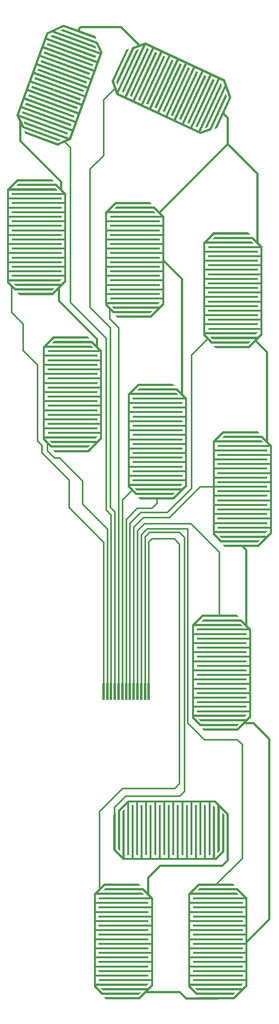
<source format=gbr>
G04 #@! TF.FileFunction,Copper,L1,Top,Signal*
%FSLAX46Y46*%
G04 Gerber Fmt 4.6, Leading zero omitted, Abs format (unit mm)*
G04 Created by KiCad (PCBNEW 4.0.6) date 04/28/18 22:27:00*
%MOMM*%
%LPD*%
G01*
G04 APERTURE LIST*
%ADD10C,0.100000*%
%ADD11R,0.700000X4.500000*%
%ADD12R,14.500000X0.600000*%
%ADD13R,0.600000X24.550000*%
%ADD14R,14.000000X0.600000*%
%ADD15R,0.600000X23.250000*%
%ADD16R,0.600000X14.500000*%
%ADD17R,24.550000X0.600000*%
%ADD18R,0.600000X14.000000*%
%ADD19R,23.250000X0.600000*%
%ADD20C,0.450000*%
%ADD21C,0.600000*%
G04 APERTURE END LIST*
D10*
G36*
X31009669Y-61437214D02*
X40782473Y-64994224D01*
X40013445Y-65352827D01*
X31368273Y-62206242D01*
X31009669Y-61437214D01*
X31009669Y-61437214D01*
G37*
G36*
X30890824Y-58839932D02*
X43482706Y-63423002D01*
X42713678Y-63781606D01*
X31249428Y-59608960D01*
X30890824Y-58839932D01*
X30890824Y-58839932D01*
G37*
G36*
X30724996Y-56225548D02*
X44350539Y-61184840D01*
X44145326Y-61748656D01*
X30519783Y-56789364D01*
X30724996Y-56225548D01*
X30724996Y-56225548D01*
G37*
G36*
X51579947Y-41468396D02*
X37907419Y-36492003D01*
X38676447Y-36133400D01*
X51221343Y-40699369D01*
X51579947Y-41468396D01*
X51579947Y-41468396D01*
G37*
G36*
X34008390Y-47204499D02*
X47633933Y-52163791D01*
X47428720Y-52727607D01*
X33803177Y-47768315D01*
X34008390Y-47204499D01*
X34008390Y-47204499D01*
G37*
G36*
X33187541Y-49459762D02*
X46813084Y-54419054D01*
X46607871Y-54982870D01*
X32982328Y-50023578D01*
X33187541Y-49459762D01*
X33187541Y-49459762D01*
G37*
G36*
X31545845Y-53970286D02*
X45171388Y-58929578D01*
X44966175Y-59493394D01*
X31340632Y-54534102D01*
X31545845Y-53970286D01*
X31545845Y-53970286D01*
G37*
G36*
X32366693Y-51715024D02*
X45992236Y-56674316D01*
X45787023Y-57238132D01*
X32161480Y-52278840D01*
X32366693Y-51715024D01*
X32366693Y-51715024D01*
G37*
G36*
X35650086Y-42693975D02*
X49275629Y-47653267D01*
X49070416Y-48217083D01*
X35444873Y-43257791D01*
X35650086Y-42693975D01*
X35650086Y-42693975D01*
G37*
G36*
X34829238Y-44949237D02*
X48454781Y-49908529D01*
X48249568Y-50472345D01*
X34624025Y-45513053D01*
X34829238Y-44949237D01*
X34829238Y-44949237D01*
G37*
G36*
X36470935Y-40438712D02*
X50096478Y-45398004D01*
X49891265Y-45961820D01*
X36265722Y-41002528D01*
X36470935Y-40438712D01*
X36470935Y-40438712D01*
G37*
G36*
X37291783Y-38183450D02*
X50917326Y-43142742D01*
X50712113Y-43706558D01*
X37086570Y-38747266D01*
X37291783Y-38183450D01*
X37291783Y-38183450D01*
G37*
G36*
X43474223Y-63738465D02*
X40211515Y-65259891D01*
X39957945Y-64716107D01*
X43220653Y-63194681D01*
X43474223Y-63738465D01*
X43474223Y-63738465D01*
G37*
G36*
X43474070Y-63739112D02*
X42910254Y-63533900D01*
X51306848Y-40464446D01*
X51870664Y-40669658D01*
X43474070Y-63739112D01*
X43474070Y-63739112D01*
G37*
G36*
X51327075Y-40923375D02*
X50131488Y-38359430D01*
X50675273Y-38105859D01*
X51870860Y-40669804D01*
X51327075Y-40923375D01*
X51327075Y-40923375D01*
G37*
G36*
X50944271Y-38683004D02*
X40607653Y-34920782D01*
X41376680Y-34562179D01*
X50585668Y-37913976D01*
X50944271Y-38683004D01*
X50944271Y-38683004D01*
G37*
G36*
X29609802Y-57096664D02*
X42765498Y-61884946D01*
X42560286Y-62448762D01*
X29404590Y-57660480D01*
X29609802Y-57096664D01*
X29609802Y-57096664D01*
G37*
G36*
X31649486Y-50176968D02*
X45275029Y-55136260D01*
X45069816Y-55700076D01*
X31444273Y-50740784D01*
X31649486Y-50176968D01*
X31649486Y-50176968D01*
G37*
G36*
X30828638Y-52432231D02*
X44454181Y-57391523D01*
X44248968Y-57955339D01*
X30623425Y-52996047D01*
X30828638Y-52432231D01*
X30828638Y-52432231D01*
G37*
G36*
X30007789Y-54687493D02*
X43633332Y-59646785D01*
X43428119Y-60210601D01*
X29802576Y-55251309D01*
X30007789Y-54687493D01*
X30007789Y-54687493D01*
G37*
G36*
X32470334Y-47921706D02*
X46095877Y-52880998D01*
X45890664Y-53444814D01*
X32265121Y-48485522D01*
X32470334Y-47921706D01*
X32470334Y-47921706D01*
G37*
G36*
X33291183Y-45666444D02*
X46916726Y-50625736D01*
X46711513Y-51189552D01*
X33085970Y-46230260D01*
X33291183Y-45666444D01*
X33291183Y-45666444D01*
G37*
G36*
X34112031Y-43411182D02*
X47737574Y-48370474D01*
X47532361Y-48934290D01*
X33906818Y-43974998D01*
X34112031Y-43411182D01*
X34112031Y-43411182D01*
G37*
G36*
X34932879Y-41155919D02*
X48558422Y-46115211D01*
X48353209Y-46679027D01*
X34727666Y-41719735D01*
X34932879Y-41155919D01*
X34932879Y-41155919D01*
G37*
G36*
X35753728Y-38900657D02*
X49379271Y-43859949D01*
X49174058Y-44423765D01*
X35548515Y-39464473D01*
X35753728Y-38900657D01*
X35753728Y-38900657D01*
G37*
G36*
X49947922Y-42151402D02*
X36792226Y-37363120D01*
X36997438Y-36799304D01*
X50153134Y-41587586D01*
X49947922Y-42151402D01*
X49947922Y-42151402D01*
G37*
G36*
X50298923Y-39725130D02*
X38458796Y-35415676D01*
X39227824Y-35057072D01*
X49940320Y-38956102D01*
X50298923Y-39725130D01*
X50298923Y-39725130D01*
G37*
G36*
X30221985Y-59873508D02*
X40887497Y-63755437D01*
X40118469Y-64114040D01*
X30580589Y-60642536D01*
X30221985Y-59873508D01*
X30221985Y-59873508D01*
G37*
G36*
X29577123Y-57069644D02*
X31014025Y-60151091D01*
X30470241Y-60404662D01*
X29033339Y-57323215D01*
X29577123Y-57069644D01*
X29577123Y-57069644D01*
G37*
G36*
X36978608Y-35462228D02*
X37542424Y-35667440D01*
X29590456Y-57515294D01*
X29026640Y-57310082D01*
X36978608Y-35462228D01*
X36978608Y-35462228D01*
G37*
G36*
X50255255Y-37155209D02*
X40764359Y-33700805D01*
X41533387Y-33342202D01*
X49896651Y-36386181D01*
X50255255Y-37155209D01*
X50255255Y-37155209D01*
G37*
G36*
X36972078Y-35465848D02*
X41503617Y-33352757D01*
X41757188Y-33896542D01*
X37225649Y-36009633D01*
X36972078Y-35465848D01*
X36972078Y-35465848D01*
G37*
D11*
X52100000Y-209500000D03*
X64100000Y-209500000D03*
X63100000Y-209500000D03*
X62100000Y-209500000D03*
X61100000Y-209500000D03*
X60100000Y-209500000D03*
X59100000Y-209500000D03*
X58100000Y-209500000D03*
X57100000Y-209500000D03*
X56100000Y-209500000D03*
X55100000Y-209500000D03*
X54100000Y-209500000D03*
X53100000Y-209500000D03*
D10*
G36*
X58925731Y-39677509D02*
X54530501Y-49103110D01*
X54240288Y-48305754D01*
X58128376Y-39967723D01*
X58925731Y-39677509D01*
X58925731Y-39677509D01*
G37*
G36*
X61523488Y-39785485D02*
X55860403Y-51930010D01*
X55570189Y-51132654D01*
X60726132Y-40075699D01*
X61523488Y-39785485D01*
X61523488Y-39785485D01*
G37*
G36*
X64142376Y-39848146D02*
X58014411Y-52989609D01*
X57470626Y-52736038D01*
X63598591Y-39594575D01*
X64142376Y-39848146D01*
X64142376Y-39848146D01*
G37*
G36*
X77025744Y-61909908D02*
X83174840Y-48723129D01*
X83465053Y-49520485D01*
X77823099Y-61619694D01*
X77025744Y-61909908D01*
X77025744Y-61909908D01*
G37*
G36*
X72842931Y-43905281D02*
X66714966Y-57046744D01*
X66171181Y-56793173D01*
X72299146Y-43651710D01*
X72842931Y-43905281D01*
X72842931Y-43905281D01*
G37*
G36*
X70667792Y-42890997D02*
X64539827Y-56032460D01*
X63996042Y-55778889D01*
X70124007Y-42637426D01*
X70667792Y-42890997D01*
X70667792Y-42890997D01*
G37*
G36*
X66317515Y-40862429D02*
X60189550Y-54003892D01*
X59645765Y-53750321D01*
X65773730Y-40608858D01*
X66317515Y-40862429D01*
X66317515Y-40862429D01*
G37*
G36*
X68492654Y-41876713D02*
X62364689Y-55018176D01*
X61820904Y-54764605D01*
X67948869Y-41623142D01*
X68492654Y-41876713D01*
X68492654Y-41876713D01*
G37*
G36*
X77193208Y-45933849D02*
X71065243Y-59075312D01*
X70521458Y-58821741D01*
X76649423Y-45680278D01*
X77193208Y-45933849D01*
X77193208Y-45933849D01*
G37*
G36*
X75018070Y-44919565D02*
X68890105Y-58061028D01*
X68346320Y-57807457D01*
X74474285Y-44665994D01*
X75018070Y-44919565D01*
X75018070Y-44919565D01*
G37*
G36*
X79368347Y-46948132D02*
X73240382Y-60089595D01*
X72696597Y-59836024D01*
X78824562Y-46694561D01*
X79368347Y-46948132D01*
X79368347Y-46948132D01*
G37*
G36*
X81543486Y-47962416D02*
X75415521Y-61103879D01*
X74871736Y-60850308D01*
X80999701Y-47708845D01*
X81543486Y-47962416D01*
X81543486Y-47962416D01*
G37*
G36*
X55546879Y-51894065D02*
X54315607Y-48511171D01*
X54879423Y-48305959D01*
X56110695Y-51688853D01*
X55546879Y-51894065D01*
X55546879Y-51894065D01*
G37*
G36*
X55546249Y-51893854D02*
X55799820Y-51350070D01*
X78049677Y-61725348D01*
X77796106Y-62269132D01*
X55546249Y-51893854D01*
X55546249Y-51893854D01*
G37*
G36*
X77590731Y-61705500D02*
X80249121Y-60737925D01*
X80454333Y-61301740D01*
X77795943Y-62269315D01*
X77590731Y-61705500D01*
X77590731Y-61705500D01*
G37*
G36*
X79855941Y-61519414D02*
X84504742Y-51550029D01*
X84794956Y-52347384D01*
X80653297Y-61229201D01*
X79855941Y-61519414D01*
X79855941Y-61519414D01*
G37*
G36*
X63371770Y-38661273D02*
X57455115Y-51349582D01*
X56911330Y-51096011D01*
X62827985Y-38407702D01*
X63371770Y-38661273D01*
X63371770Y-38661273D01*
G37*
G36*
X70087365Y-41296286D02*
X63959400Y-54437749D01*
X63415615Y-54184178D01*
X69543580Y-41042715D01*
X70087365Y-41296286D01*
X70087365Y-41296286D01*
G37*
G36*
X67912226Y-40282002D02*
X61784261Y-53423465D01*
X61240476Y-53169894D01*
X67368441Y-40028431D01*
X67912226Y-40282002D01*
X67912226Y-40282002D01*
G37*
G36*
X65737088Y-39267718D02*
X59609123Y-52409181D01*
X59065338Y-52155610D01*
X65193303Y-39014147D01*
X65737088Y-39267718D01*
X65737088Y-39267718D01*
G37*
G36*
X72262504Y-42310570D02*
X66134539Y-55452033D01*
X65590754Y-55198462D01*
X71718719Y-42056999D01*
X72262504Y-42310570D01*
X72262504Y-42310570D01*
G37*
G36*
X74437642Y-43324853D02*
X68309677Y-56466316D01*
X67765892Y-56212745D01*
X73893857Y-43071282D01*
X74437642Y-43324853D01*
X74437642Y-43324853D01*
G37*
G36*
X76612781Y-44339137D02*
X70484816Y-57480600D01*
X69941031Y-57227029D01*
X76068996Y-44085566D01*
X76612781Y-44339137D01*
X76612781Y-44339137D01*
G37*
G36*
X78787920Y-45353421D02*
X72659955Y-58494884D01*
X72116170Y-58241313D01*
X78244135Y-45099850D01*
X78787920Y-45353421D01*
X78787920Y-45353421D01*
G37*
G36*
X80963058Y-46367705D02*
X74835093Y-59509168D01*
X74291308Y-59255597D01*
X80419273Y-46114134D01*
X80963058Y-46367705D01*
X80963058Y-46367705D01*
G37*
G36*
X76487578Y-60224565D02*
X82404233Y-47536256D01*
X82948018Y-47789827D01*
X77031363Y-60478136D01*
X76487578Y-60224565D01*
X76487578Y-60224565D01*
G37*
G36*
X78874026Y-60785696D02*
X84199016Y-49366217D01*
X84489229Y-50163573D01*
X79671381Y-60495482D01*
X78874026Y-60785696D01*
X78874026Y-60785696D01*
G37*
G36*
X60552139Y-39029109D02*
X55755422Y-49315702D01*
X55465208Y-48518347D01*
X59754783Y-39319323D01*
X60552139Y-39029109D01*
X60552139Y-39029109D01*
G37*
G36*
X63401535Y-38631074D02*
X60206581Y-39793942D01*
X60001369Y-39230126D01*
X63196323Y-38067258D01*
X63401535Y-38631074D01*
X63401535Y-38631074D01*
G37*
G36*
X84281647Y-47887604D02*
X84028076Y-48431389D01*
X62956419Y-38605514D01*
X63209990Y-38061729D01*
X84281647Y-47887604D01*
X84281647Y-47887604D01*
G37*
G36*
X81437973Y-60966176D02*
X85706418Y-51812467D01*
X85996632Y-52609823D01*
X82235329Y-60675962D01*
X81437973Y-60966176D01*
X81437973Y-60966176D01*
G37*
G36*
X84278610Y-47880782D02*
X85988711Y-52579246D01*
X85424896Y-52784458D01*
X83714795Y-48085994D01*
X84278610Y-47880782D01*
X84278610Y-47880782D01*
G37*
G36*
X39000000Y-74800000D02*
X28600000Y-74800000D01*
X29200000Y-74200000D01*
X38400000Y-74200000D01*
X39000000Y-74800000D01*
X39000000Y-74800000D01*
G37*
G36*
X40000000Y-77200000D02*
X26600000Y-77200000D01*
X27200000Y-76600000D01*
X39400000Y-76600000D01*
X40000000Y-77200000D01*
X40000000Y-77200000D01*
G37*
D12*
X33800000Y-79300000D03*
D10*
G36*
X26500000Y-100600000D02*
X41050000Y-100600000D01*
X40450000Y-101200000D01*
X27100000Y-101200000D01*
X26500000Y-100600000D01*
X26500000Y-100600000D01*
G37*
D12*
X33800000Y-88900000D03*
X33800000Y-86500000D03*
X33800000Y-81700000D03*
X33800000Y-84100000D03*
X33800000Y-93700000D03*
X33800000Y-91300000D03*
X33800000Y-96100000D03*
X33800000Y-98500000D03*
D10*
G36*
X26500076Y-76900660D02*
X29045660Y-74355076D01*
X29469924Y-74779340D01*
X26924340Y-77324924D01*
X26500076Y-76900660D01*
X26500076Y-76900660D01*
G37*
D13*
X26800000Y-89175000D03*
D10*
G36*
X26924029Y-101025665D02*
X28924435Y-103026071D01*
X28500171Y-103450335D01*
X26499765Y-101449929D01*
X26924029Y-101025665D01*
X26924029Y-101025665D01*
G37*
G36*
X28050000Y-103000000D02*
X39050000Y-103000000D01*
X38450000Y-103600000D01*
X28650000Y-103600000D01*
X28050000Y-103000000D01*
X28050000Y-103000000D01*
G37*
D14*
X34800000Y-78100000D03*
D12*
X35000000Y-85300000D03*
X35000000Y-82900000D03*
X35000000Y-80500000D03*
X35000000Y-87700000D03*
X35000000Y-90100000D03*
X35000000Y-92500000D03*
X35000000Y-94900000D03*
X35000000Y-97300000D03*
D14*
X34800000Y-99700000D03*
D10*
G36*
X28300000Y-101800000D02*
X40900000Y-101800000D01*
X40300000Y-102400000D01*
X28900000Y-102400000D01*
X28300000Y-101800000D01*
X28300000Y-101800000D01*
G37*
G36*
X40275000Y-76000000D02*
X28925000Y-76000000D01*
X29525000Y-75400000D01*
X39675000Y-75400000D01*
X40275000Y-76000000D01*
X40275000Y-76000000D01*
G37*
G36*
X41839949Y-78414214D02*
X39435786Y-76010051D01*
X39860051Y-75585786D01*
X42264214Y-77989949D01*
X41839949Y-78414214D01*
X41839949Y-78414214D01*
G37*
D15*
X41975000Y-89625000D03*
D10*
G36*
X29220000Y-104200000D02*
X39320000Y-104200000D01*
X38720000Y-104800000D01*
X29820000Y-104800000D01*
X29220000Y-104200000D01*
X29220000Y-104200000D01*
G37*
G36*
X42279899Y-101244365D02*
X38744365Y-104779899D01*
X38320101Y-104355635D01*
X41855635Y-100820101D01*
X42279899Y-101244365D01*
X42279899Y-101244365D01*
G37*
G36*
X65000000Y-80800000D02*
X54600000Y-80800000D01*
X55200000Y-80200000D01*
X64400000Y-80200000D01*
X65000000Y-80800000D01*
X65000000Y-80800000D01*
G37*
G36*
X66000000Y-83200000D02*
X52600000Y-83200000D01*
X53200000Y-82600000D01*
X65400000Y-82600000D01*
X66000000Y-83200000D01*
X66000000Y-83200000D01*
G37*
D12*
X59800000Y-85300000D03*
D10*
G36*
X52500000Y-106600000D02*
X67050000Y-106600000D01*
X66450000Y-107200000D01*
X53100000Y-107200000D01*
X52500000Y-106600000D01*
X52500000Y-106600000D01*
G37*
D12*
X59800000Y-94900000D03*
X59800000Y-92500000D03*
X59800000Y-87700000D03*
X59800000Y-90100000D03*
X59800000Y-99700000D03*
X59800000Y-97300000D03*
X59800000Y-102100000D03*
X59800000Y-104500000D03*
D10*
G36*
X52500076Y-82900660D02*
X55045660Y-80355076D01*
X55469924Y-80779340D01*
X52924340Y-83324924D01*
X52500076Y-82900660D01*
X52500076Y-82900660D01*
G37*
D13*
X52800000Y-95175000D03*
D10*
G36*
X52924029Y-107025665D02*
X54924435Y-109026071D01*
X54500171Y-109450335D01*
X52499765Y-107449929D01*
X52924029Y-107025665D01*
X52924029Y-107025665D01*
G37*
G36*
X54050000Y-109000000D02*
X65050000Y-109000000D01*
X64450000Y-109600000D01*
X54650000Y-109600000D01*
X54050000Y-109000000D01*
X54050000Y-109000000D01*
G37*
D14*
X60800000Y-84100000D03*
D12*
X61000000Y-91300000D03*
X61000000Y-88900000D03*
X61000000Y-86500000D03*
X61000000Y-93700000D03*
X61000000Y-96100000D03*
X61000000Y-98500000D03*
X61000000Y-100900000D03*
X61000000Y-103300000D03*
D14*
X60800000Y-105700000D03*
D10*
G36*
X54300000Y-107800000D02*
X66900000Y-107800000D01*
X66300000Y-108400000D01*
X54900000Y-108400000D01*
X54300000Y-107800000D01*
X54300000Y-107800000D01*
G37*
G36*
X66275000Y-82000000D02*
X54925000Y-82000000D01*
X55525000Y-81400000D01*
X65675000Y-81400000D01*
X66275000Y-82000000D01*
X66275000Y-82000000D01*
G37*
G36*
X67839949Y-84414214D02*
X65435786Y-82010051D01*
X65860051Y-81585786D01*
X68264214Y-83989949D01*
X67839949Y-84414214D01*
X67839949Y-84414214D01*
G37*
D15*
X67975000Y-95625000D03*
D10*
G36*
X55220000Y-110200000D02*
X65320000Y-110200000D01*
X64720000Y-110800000D01*
X55820000Y-110800000D01*
X55220000Y-110200000D01*
X55220000Y-110200000D01*
G37*
G36*
X68279899Y-107244365D02*
X64744365Y-110779899D01*
X64320101Y-110355635D01*
X67855635Y-106820101D01*
X68279899Y-107244365D01*
X68279899Y-107244365D01*
G37*
G36*
X91000000Y-88800000D02*
X80600000Y-88800000D01*
X81200000Y-88200000D01*
X90400000Y-88200000D01*
X91000000Y-88800000D01*
X91000000Y-88800000D01*
G37*
G36*
X92000000Y-91200000D02*
X78600000Y-91200000D01*
X79200000Y-90600000D01*
X91400000Y-90600000D01*
X92000000Y-91200000D01*
X92000000Y-91200000D01*
G37*
D12*
X85800000Y-93300000D03*
D10*
G36*
X78500000Y-114600000D02*
X93050000Y-114600000D01*
X92450000Y-115200000D01*
X79100000Y-115200000D01*
X78500000Y-114600000D01*
X78500000Y-114600000D01*
G37*
D12*
X85800000Y-102900000D03*
X85800000Y-100500000D03*
X85800000Y-95700000D03*
X85800000Y-98100000D03*
X85800000Y-107700000D03*
X85800000Y-105300000D03*
X85800000Y-110100000D03*
X85800000Y-112500000D03*
D10*
G36*
X78500076Y-90900660D02*
X81045660Y-88355076D01*
X81469924Y-88779340D01*
X78924340Y-91324924D01*
X78500076Y-90900660D01*
X78500076Y-90900660D01*
G37*
D13*
X78800000Y-103175000D03*
D10*
G36*
X78924029Y-115025665D02*
X80924435Y-117026071D01*
X80500171Y-117450335D01*
X78499765Y-115449929D01*
X78924029Y-115025665D01*
X78924029Y-115025665D01*
G37*
G36*
X80050000Y-117000000D02*
X91050000Y-117000000D01*
X90450000Y-117600000D01*
X80650000Y-117600000D01*
X80050000Y-117000000D01*
X80050000Y-117000000D01*
G37*
D14*
X86800000Y-92100000D03*
D12*
X87000000Y-99300000D03*
X87000000Y-96900000D03*
X87000000Y-94500000D03*
X87000000Y-101700000D03*
X87000000Y-104100000D03*
X87000000Y-106500000D03*
X87000000Y-108900000D03*
X87000000Y-111300000D03*
D14*
X86800000Y-113700000D03*
D10*
G36*
X80300000Y-115800000D02*
X92900000Y-115800000D01*
X92300000Y-116400000D01*
X80900000Y-116400000D01*
X80300000Y-115800000D01*
X80300000Y-115800000D01*
G37*
G36*
X92275000Y-90000000D02*
X80925000Y-90000000D01*
X81525000Y-89400000D01*
X91675000Y-89400000D01*
X92275000Y-90000000D01*
X92275000Y-90000000D01*
G37*
G36*
X93839949Y-92414214D02*
X91435786Y-90010051D01*
X91860051Y-89585786D01*
X94264214Y-91989949D01*
X93839949Y-92414214D01*
X93839949Y-92414214D01*
G37*
D15*
X93975000Y-103625000D03*
D10*
G36*
X81220000Y-118200000D02*
X91320000Y-118200000D01*
X90720000Y-118800000D01*
X81820000Y-118800000D01*
X81220000Y-118200000D01*
X81220000Y-118200000D01*
G37*
G36*
X94279899Y-115244365D02*
X90744365Y-118779899D01*
X90320101Y-118355635D01*
X93855635Y-114820101D01*
X94279899Y-115244365D01*
X94279899Y-115244365D01*
G37*
G36*
X48500000Y-116300000D02*
X38100000Y-116300000D01*
X38700000Y-115700000D01*
X47900000Y-115700000D01*
X48500000Y-116300000D01*
X48500000Y-116300000D01*
G37*
G36*
X49500000Y-118700000D02*
X36100000Y-118700000D01*
X36700000Y-118100000D01*
X48900000Y-118100000D01*
X49500000Y-118700000D01*
X49500000Y-118700000D01*
G37*
D12*
X43300000Y-120800000D03*
D10*
G36*
X36000000Y-142100000D02*
X50550000Y-142100000D01*
X49950000Y-142700000D01*
X36600000Y-142700000D01*
X36000000Y-142100000D01*
X36000000Y-142100000D01*
G37*
D12*
X43300000Y-130400000D03*
X43300000Y-128000000D03*
X43300000Y-123200000D03*
X43300000Y-125600000D03*
X43300000Y-135200000D03*
X43300000Y-132800000D03*
X43300000Y-137600000D03*
X43300000Y-140000000D03*
D10*
G36*
X36000076Y-118400660D02*
X38545660Y-115855076D01*
X38969924Y-116279340D01*
X36424340Y-118824924D01*
X36000076Y-118400660D01*
X36000076Y-118400660D01*
G37*
D13*
X36300000Y-130675000D03*
D10*
G36*
X36424029Y-142525665D02*
X38424435Y-144526071D01*
X38000171Y-144950335D01*
X35999765Y-142949929D01*
X36424029Y-142525665D01*
X36424029Y-142525665D01*
G37*
G36*
X37550000Y-144500000D02*
X48550000Y-144500000D01*
X47950000Y-145100000D01*
X38150000Y-145100000D01*
X37550000Y-144500000D01*
X37550000Y-144500000D01*
G37*
D14*
X44300000Y-119600000D03*
D12*
X44500000Y-126800000D03*
X44500000Y-124400000D03*
X44500000Y-122000000D03*
X44500000Y-129200000D03*
X44500000Y-131600000D03*
X44500000Y-134000000D03*
X44500000Y-136400000D03*
X44500000Y-138800000D03*
D14*
X44300000Y-141200000D03*
D10*
G36*
X37800000Y-143300000D02*
X50400000Y-143300000D01*
X49800000Y-143900000D01*
X38400000Y-143900000D01*
X37800000Y-143300000D01*
X37800000Y-143300000D01*
G37*
G36*
X49775000Y-117500000D02*
X38425000Y-117500000D01*
X39025000Y-116900000D01*
X49175000Y-116900000D01*
X49775000Y-117500000D01*
X49775000Y-117500000D01*
G37*
G36*
X51339949Y-119914214D02*
X48935786Y-117510051D01*
X49360051Y-117085786D01*
X51764214Y-119489949D01*
X51339949Y-119914214D01*
X51339949Y-119914214D01*
G37*
D15*
X51475000Y-131125000D03*
D10*
G36*
X38720000Y-145700000D02*
X48820000Y-145700000D01*
X48220000Y-146300000D01*
X39320000Y-146300000D01*
X38720000Y-145700000D01*
X38720000Y-145700000D01*
G37*
G36*
X51779899Y-142744365D02*
X48244365Y-146279899D01*
X47820101Y-145855635D01*
X51355635Y-142320101D01*
X51779899Y-142744365D01*
X51779899Y-142744365D01*
G37*
G36*
X71000000Y-128800000D02*
X60600000Y-128800000D01*
X61200000Y-128200000D01*
X70400000Y-128200000D01*
X71000000Y-128800000D01*
X71000000Y-128800000D01*
G37*
G36*
X72000000Y-131200000D02*
X58600000Y-131200000D01*
X59200000Y-130600000D01*
X71400000Y-130600000D01*
X72000000Y-131200000D01*
X72000000Y-131200000D01*
G37*
D12*
X65800000Y-133300000D03*
D10*
G36*
X58500000Y-154600000D02*
X73050000Y-154600000D01*
X72450000Y-155200000D01*
X59100000Y-155200000D01*
X58500000Y-154600000D01*
X58500000Y-154600000D01*
G37*
D12*
X65800000Y-142900000D03*
X65800000Y-140500000D03*
X65800000Y-135700000D03*
X65800000Y-138100000D03*
X65800000Y-147700000D03*
X65800000Y-145300000D03*
X65800000Y-150100000D03*
X65800000Y-152500000D03*
D10*
G36*
X58500076Y-130900660D02*
X61045660Y-128355076D01*
X61469924Y-128779340D01*
X58924340Y-131324924D01*
X58500076Y-130900660D01*
X58500076Y-130900660D01*
G37*
D13*
X58800000Y-143175000D03*
D10*
G36*
X58924029Y-155025665D02*
X60924435Y-157026071D01*
X60500171Y-157450335D01*
X58499765Y-155449929D01*
X58924029Y-155025665D01*
X58924029Y-155025665D01*
G37*
G36*
X60050000Y-157000000D02*
X71050000Y-157000000D01*
X70450000Y-157600000D01*
X60650000Y-157600000D01*
X60050000Y-157000000D01*
X60050000Y-157000000D01*
G37*
D14*
X66800000Y-132100000D03*
D12*
X67000000Y-139300000D03*
X67000000Y-136900000D03*
X67000000Y-134500000D03*
X67000000Y-141700000D03*
X67000000Y-144100000D03*
X67000000Y-146500000D03*
X67000000Y-148900000D03*
X67000000Y-151300000D03*
D14*
X66800000Y-153700000D03*
D10*
G36*
X60300000Y-155800000D02*
X72900000Y-155800000D01*
X72300000Y-156400000D01*
X60900000Y-156400000D01*
X60300000Y-155800000D01*
X60300000Y-155800000D01*
G37*
G36*
X72275000Y-130000000D02*
X60925000Y-130000000D01*
X61525000Y-129400000D01*
X71675000Y-129400000D01*
X72275000Y-130000000D01*
X72275000Y-130000000D01*
G37*
G36*
X73839949Y-132414214D02*
X71435786Y-130010051D01*
X71860051Y-129585786D01*
X74264214Y-131989949D01*
X73839949Y-132414214D01*
X73839949Y-132414214D01*
G37*
D15*
X73975000Y-143625000D03*
D10*
G36*
X61220000Y-158200000D02*
X71320000Y-158200000D01*
X70720000Y-158800000D01*
X61820000Y-158800000D01*
X61220000Y-158200000D01*
X61220000Y-158200000D01*
G37*
G36*
X74279899Y-155244365D02*
X70744365Y-158779899D01*
X70320101Y-158355635D01*
X73855635Y-154820101D01*
X74279899Y-155244365D01*
X74279899Y-155244365D01*
G37*
G36*
X93500000Y-141300000D02*
X83100000Y-141300000D01*
X83700000Y-140700000D01*
X92900000Y-140700000D01*
X93500000Y-141300000D01*
X93500000Y-141300000D01*
G37*
G36*
X94500000Y-143700000D02*
X81100000Y-143700000D01*
X81700000Y-143100000D01*
X93900000Y-143100000D01*
X94500000Y-143700000D01*
X94500000Y-143700000D01*
G37*
D12*
X88300000Y-145800000D03*
D10*
G36*
X81000000Y-167100000D02*
X95550000Y-167100000D01*
X94950000Y-167700000D01*
X81600000Y-167700000D01*
X81000000Y-167100000D01*
X81000000Y-167100000D01*
G37*
D12*
X88300000Y-155400000D03*
X88300000Y-153000000D03*
X88300000Y-148200000D03*
X88300000Y-150600000D03*
X88300000Y-160200000D03*
X88300000Y-157800000D03*
X88300000Y-162600000D03*
X88300000Y-165000000D03*
D10*
G36*
X81000076Y-143400660D02*
X83545660Y-140855076D01*
X83969924Y-141279340D01*
X81424340Y-143824924D01*
X81000076Y-143400660D01*
X81000076Y-143400660D01*
G37*
D13*
X81300000Y-155675000D03*
D10*
G36*
X81424029Y-167525665D02*
X83424435Y-169526071D01*
X83000171Y-169950335D01*
X80999765Y-167949929D01*
X81424029Y-167525665D01*
X81424029Y-167525665D01*
G37*
G36*
X82550000Y-169500000D02*
X93550000Y-169500000D01*
X92950000Y-170100000D01*
X83150000Y-170100000D01*
X82550000Y-169500000D01*
X82550000Y-169500000D01*
G37*
D14*
X89300000Y-144600000D03*
D12*
X89500000Y-151800000D03*
X89500000Y-149400000D03*
X89500000Y-147000000D03*
X89500000Y-154200000D03*
X89500000Y-156600000D03*
X89500000Y-159000000D03*
X89500000Y-161400000D03*
X89500000Y-163800000D03*
D14*
X89300000Y-166200000D03*
D10*
G36*
X82800000Y-168300000D02*
X95400000Y-168300000D01*
X94800000Y-168900000D01*
X83400000Y-168900000D01*
X82800000Y-168300000D01*
X82800000Y-168300000D01*
G37*
G36*
X94775000Y-142500000D02*
X83425000Y-142500000D01*
X84025000Y-141900000D01*
X94175000Y-141900000D01*
X94775000Y-142500000D01*
X94775000Y-142500000D01*
G37*
G36*
X96339949Y-144914214D02*
X93935786Y-142510051D01*
X94360051Y-142085786D01*
X96764214Y-144489949D01*
X96339949Y-144914214D01*
X96339949Y-144914214D01*
G37*
D15*
X96475000Y-156125000D03*
D10*
G36*
X83720000Y-170700000D02*
X93820000Y-170700000D01*
X93220000Y-171300000D01*
X84320000Y-171300000D01*
X83720000Y-170700000D01*
X83720000Y-170700000D01*
G37*
G36*
X96779899Y-167744365D02*
X93244365Y-171279899D01*
X92820101Y-170855635D01*
X96355635Y-167320101D01*
X96779899Y-167744365D01*
X96779899Y-167744365D01*
G37*
G36*
X88000000Y-189800000D02*
X77600000Y-189800000D01*
X78200000Y-189200000D01*
X87400000Y-189200000D01*
X88000000Y-189800000D01*
X88000000Y-189800000D01*
G37*
G36*
X89000000Y-192200000D02*
X75600000Y-192200000D01*
X76200000Y-191600000D01*
X88400000Y-191600000D01*
X89000000Y-192200000D01*
X89000000Y-192200000D01*
G37*
D12*
X82800000Y-194300000D03*
D10*
G36*
X75500000Y-215600000D02*
X90050000Y-215600000D01*
X89450000Y-216200000D01*
X76100000Y-216200000D01*
X75500000Y-215600000D01*
X75500000Y-215600000D01*
G37*
D12*
X82800000Y-203900000D03*
X82800000Y-201500000D03*
X82800000Y-196700000D03*
X82800000Y-199100000D03*
X82800000Y-208700000D03*
X82800000Y-206300000D03*
X82800000Y-211100000D03*
X82800000Y-213500000D03*
D10*
G36*
X75500076Y-191900660D02*
X78045660Y-189355076D01*
X78469924Y-189779340D01*
X75924340Y-192324924D01*
X75500076Y-191900660D01*
X75500076Y-191900660D01*
G37*
D13*
X75800000Y-204175000D03*
D10*
G36*
X75924029Y-216025665D02*
X77924435Y-218026071D01*
X77500171Y-218450335D01*
X75499765Y-216449929D01*
X75924029Y-216025665D01*
X75924029Y-216025665D01*
G37*
G36*
X77050000Y-218000000D02*
X88050000Y-218000000D01*
X87450000Y-218600000D01*
X77650000Y-218600000D01*
X77050000Y-218000000D01*
X77050000Y-218000000D01*
G37*
D14*
X83800000Y-193100000D03*
D12*
X84000000Y-200300000D03*
X84000000Y-197900000D03*
X84000000Y-195500000D03*
X84000000Y-202700000D03*
X84000000Y-205100000D03*
X84000000Y-207500000D03*
X84000000Y-209900000D03*
X84000000Y-212300000D03*
D14*
X83800000Y-214700000D03*
D10*
G36*
X77300000Y-216800000D02*
X89900000Y-216800000D01*
X89300000Y-217400000D01*
X77900000Y-217400000D01*
X77300000Y-216800000D01*
X77300000Y-216800000D01*
G37*
G36*
X89275000Y-191000000D02*
X77925000Y-191000000D01*
X78525000Y-190400000D01*
X88675000Y-190400000D01*
X89275000Y-191000000D01*
X89275000Y-191000000D01*
G37*
G36*
X90839949Y-193414214D02*
X88435786Y-191010051D01*
X88860051Y-190585786D01*
X91264214Y-192989949D01*
X90839949Y-193414214D01*
X90839949Y-193414214D01*
G37*
D15*
X90975000Y-204625000D03*
D10*
G36*
X78220000Y-219200000D02*
X88320000Y-219200000D01*
X87720000Y-219800000D01*
X78820000Y-219800000D01*
X78220000Y-219200000D01*
X78220000Y-219200000D01*
G37*
G36*
X91279899Y-216244365D02*
X87744365Y-219779899D01*
X87320101Y-219355635D01*
X90855635Y-215820101D01*
X91279899Y-216244365D01*
X91279899Y-216244365D01*
G37*
G36*
X55300000Y-241500000D02*
X55300000Y-251900000D01*
X54700000Y-251300000D01*
X54700000Y-242100000D01*
X55300000Y-241500000D01*
X55300000Y-241500000D01*
G37*
G36*
X57700000Y-240500000D02*
X57700000Y-253900000D01*
X57100000Y-253300000D01*
X57100000Y-241100000D01*
X57700000Y-240500000D01*
X57700000Y-240500000D01*
G37*
D16*
X59800000Y-246700000D03*
D10*
G36*
X81100000Y-254000000D02*
X81100000Y-239450000D01*
X81700000Y-240050000D01*
X81700000Y-253400000D01*
X81100000Y-254000000D01*
X81100000Y-254000000D01*
G37*
D16*
X69400000Y-246700000D03*
X67000000Y-246700000D03*
X62200000Y-246700000D03*
X64600000Y-246700000D03*
X74200000Y-246700000D03*
X71800000Y-246700000D03*
X76600000Y-246700000D03*
X79000000Y-246700000D03*
D10*
G36*
X57400660Y-253999924D02*
X54855076Y-251454340D01*
X55279340Y-251030076D01*
X57824924Y-253575660D01*
X57400660Y-253999924D01*
X57400660Y-253999924D01*
G37*
D17*
X69675000Y-253700000D03*
D10*
G36*
X81525665Y-253575971D02*
X83526071Y-251575565D01*
X83950335Y-251999829D01*
X81949929Y-254000235D01*
X81525665Y-253575971D01*
X81525665Y-253575971D01*
G37*
G36*
X83500000Y-252450000D02*
X83500000Y-241450000D01*
X84100000Y-242050000D01*
X84100000Y-251850000D01*
X83500000Y-252450000D01*
X83500000Y-252450000D01*
G37*
D18*
X58600000Y-245700000D03*
D16*
X65800000Y-245500000D03*
X63400000Y-245500000D03*
X61000000Y-245500000D03*
X68200000Y-245500000D03*
X70600000Y-245500000D03*
X73000000Y-245500000D03*
X75400000Y-245500000D03*
X77800000Y-245500000D03*
D18*
X80200000Y-245700000D03*
D10*
G36*
X82300000Y-252200000D02*
X82300000Y-239600000D01*
X82900000Y-240200000D01*
X82900000Y-251600000D01*
X82300000Y-252200000D01*
X82300000Y-252200000D01*
G37*
G36*
X56500000Y-240225000D02*
X56500000Y-251575000D01*
X55900000Y-250975000D01*
X55900000Y-240825000D01*
X56500000Y-240225000D01*
X56500000Y-240225000D01*
G37*
G36*
X58914214Y-238660051D02*
X56510051Y-241064214D01*
X56085786Y-240639949D01*
X58489949Y-238235786D01*
X58914214Y-238660051D01*
X58914214Y-238660051D01*
G37*
D19*
X70125000Y-238525000D03*
D10*
G36*
X84700000Y-251280000D02*
X84700000Y-241180000D01*
X85300000Y-241780000D01*
X85300000Y-250680000D01*
X84700000Y-251280000D01*
X84700000Y-251280000D01*
G37*
G36*
X81744365Y-238220101D02*
X85279899Y-241755635D01*
X84855635Y-242179899D01*
X81320101Y-238644365D01*
X81744365Y-238220101D01*
X81744365Y-238220101D01*
G37*
G36*
X87000000Y-260800000D02*
X76600000Y-260800000D01*
X77200000Y-260200000D01*
X86400000Y-260200000D01*
X87000000Y-260800000D01*
X87000000Y-260800000D01*
G37*
G36*
X88000000Y-263200000D02*
X74600000Y-263200000D01*
X75200000Y-262600000D01*
X87400000Y-262600000D01*
X88000000Y-263200000D01*
X88000000Y-263200000D01*
G37*
D12*
X81800000Y-265300000D03*
D10*
G36*
X74500000Y-286600000D02*
X89050000Y-286600000D01*
X88450000Y-287200000D01*
X75100000Y-287200000D01*
X74500000Y-286600000D01*
X74500000Y-286600000D01*
G37*
D12*
X81800000Y-274900000D03*
X81800000Y-272500000D03*
X81800000Y-267700000D03*
X81800000Y-270100000D03*
X81800000Y-279700000D03*
X81800000Y-277300000D03*
X81800000Y-282100000D03*
X81800000Y-284500000D03*
D10*
G36*
X74500076Y-262900660D02*
X77045660Y-260355076D01*
X77469924Y-260779340D01*
X74924340Y-263324924D01*
X74500076Y-262900660D01*
X74500076Y-262900660D01*
G37*
D13*
X74800000Y-275175000D03*
D10*
G36*
X74924029Y-287025665D02*
X76924435Y-289026071D01*
X76500171Y-289450335D01*
X74499765Y-287449929D01*
X74924029Y-287025665D01*
X74924029Y-287025665D01*
G37*
G36*
X76050000Y-289000000D02*
X87050000Y-289000000D01*
X86450000Y-289600000D01*
X76650000Y-289600000D01*
X76050000Y-289000000D01*
X76050000Y-289000000D01*
G37*
D14*
X82800000Y-264100000D03*
D12*
X83000000Y-271300000D03*
X83000000Y-268900000D03*
X83000000Y-266500000D03*
X83000000Y-273700000D03*
X83000000Y-276100000D03*
X83000000Y-278500000D03*
X83000000Y-280900000D03*
X83000000Y-283300000D03*
D14*
X82800000Y-285700000D03*
D10*
G36*
X76300000Y-287800000D02*
X88900000Y-287800000D01*
X88300000Y-288400000D01*
X76900000Y-288400000D01*
X76300000Y-287800000D01*
X76300000Y-287800000D01*
G37*
G36*
X88275000Y-262000000D02*
X76925000Y-262000000D01*
X77525000Y-261400000D01*
X87675000Y-261400000D01*
X88275000Y-262000000D01*
X88275000Y-262000000D01*
G37*
G36*
X89839949Y-264414214D02*
X87435786Y-262010051D01*
X87860051Y-261585786D01*
X90264214Y-263989949D01*
X89839949Y-264414214D01*
X89839949Y-264414214D01*
G37*
D15*
X89975000Y-275625000D03*
D10*
G36*
X77220000Y-290200000D02*
X87320000Y-290200000D01*
X86720000Y-290800000D01*
X77820000Y-290800000D01*
X77220000Y-290200000D01*
X77220000Y-290200000D01*
G37*
G36*
X90279899Y-287244365D02*
X86744365Y-290779899D01*
X86320101Y-290355635D01*
X89855635Y-286820101D01*
X90279899Y-287244365D01*
X90279899Y-287244365D01*
G37*
G36*
X62000000Y-260800000D02*
X51600000Y-260800000D01*
X52200000Y-260200000D01*
X61400000Y-260200000D01*
X62000000Y-260800000D01*
X62000000Y-260800000D01*
G37*
G36*
X63000000Y-263200000D02*
X49600000Y-263200000D01*
X50200000Y-262600000D01*
X62400000Y-262600000D01*
X63000000Y-263200000D01*
X63000000Y-263200000D01*
G37*
D12*
X56800000Y-265300000D03*
D10*
G36*
X49500000Y-286600000D02*
X64050000Y-286600000D01*
X63450000Y-287200000D01*
X50100000Y-287200000D01*
X49500000Y-286600000D01*
X49500000Y-286600000D01*
G37*
D12*
X56800000Y-274900000D03*
X56800000Y-272500000D03*
X56800000Y-267700000D03*
X56800000Y-270100000D03*
X56800000Y-279700000D03*
X56800000Y-277300000D03*
X56800000Y-282100000D03*
X56800000Y-284500000D03*
D10*
G36*
X49500076Y-262900660D02*
X52045660Y-260355076D01*
X52469924Y-260779340D01*
X49924340Y-263324924D01*
X49500076Y-262900660D01*
X49500076Y-262900660D01*
G37*
D13*
X49800000Y-275175000D03*
D10*
G36*
X49924029Y-287025665D02*
X51924435Y-289026071D01*
X51500171Y-289450335D01*
X49499765Y-287449929D01*
X49924029Y-287025665D01*
X49924029Y-287025665D01*
G37*
G36*
X51050000Y-289000000D02*
X62050000Y-289000000D01*
X61450000Y-289600000D01*
X51650000Y-289600000D01*
X51050000Y-289000000D01*
X51050000Y-289000000D01*
G37*
D14*
X57800000Y-264100000D03*
D12*
X58000000Y-271300000D03*
X58000000Y-268900000D03*
X58000000Y-266500000D03*
X58000000Y-273700000D03*
X58000000Y-276100000D03*
X58000000Y-278500000D03*
X58000000Y-280900000D03*
X58000000Y-283300000D03*
D14*
X57800000Y-285700000D03*
D10*
G36*
X51300000Y-287800000D02*
X63900000Y-287800000D01*
X63300000Y-288400000D01*
X51900000Y-288400000D01*
X51300000Y-287800000D01*
X51300000Y-287800000D01*
G37*
G36*
X63275000Y-262000000D02*
X51925000Y-262000000D01*
X52525000Y-261400000D01*
X62675000Y-261400000D01*
X63275000Y-262000000D01*
X63275000Y-262000000D01*
G37*
G36*
X64839949Y-264414214D02*
X62435786Y-262010051D01*
X62860051Y-261585786D01*
X65264214Y-263989949D01*
X64839949Y-264414214D01*
X64839949Y-264414214D01*
G37*
D15*
X64975000Y-275625000D03*
D10*
G36*
X52220000Y-290200000D02*
X62320000Y-290200000D01*
X61720000Y-290800000D01*
X52820000Y-290800000D01*
X52220000Y-290200000D01*
X52220000Y-290200000D01*
G37*
G36*
X65279899Y-287244365D02*
X61744365Y-290779899D01*
X61320101Y-290355635D01*
X64855635Y-286820101D01*
X65279899Y-287244365D01*
X65279899Y-287244365D01*
G37*
D20*
X52100000Y-209500000D02*
X52100000Y-170000000D01*
X27712100Y-109312100D02*
X27712100Y-102238000D01*
X30800000Y-112400000D02*
X27712100Y-109312100D01*
X30800000Y-119400000D02*
X30800000Y-112400000D01*
X34600000Y-123200000D02*
X30800000Y-119400000D01*
X34600000Y-143300000D02*
X34600000Y-123200000D01*
X35800000Y-144500000D02*
X34600000Y-143300000D01*
X35800000Y-146400000D02*
X35800000Y-144500000D01*
X43000000Y-153600000D02*
X35800000Y-146400000D01*
X43000000Y-160900000D02*
X43000000Y-153600000D01*
X52100000Y-170000000D02*
X43000000Y-160900000D01*
X64100000Y-209500000D02*
X64100000Y-169925000D01*
X50985000Y-241140000D02*
X50985000Y-261840000D01*
X57100000Y-235025000D02*
X50985000Y-241140000D01*
X70975000Y-235025000D02*
X57100000Y-235025000D01*
X72225000Y-233775000D02*
X70975000Y-235025000D01*
X72225000Y-170525000D02*
X72225000Y-233775000D01*
X70825000Y-169125000D02*
X72225000Y-170525000D01*
X64900000Y-169125000D02*
X70825000Y-169125000D01*
X64100000Y-169925000D02*
X64900000Y-169125000D01*
X63100000Y-209500000D02*
X63100000Y-168575000D01*
X55000000Y-240050000D02*
X55000000Y-246700000D01*
X57950000Y-237100000D02*
X55000000Y-240050000D01*
X72275000Y-237100000D02*
X57950000Y-237100000D01*
X73549998Y-235825002D02*
X72275000Y-237100000D01*
X73549998Y-168749998D02*
X73549998Y-235825002D01*
X72200000Y-167400000D02*
X73549998Y-168749998D01*
X64275000Y-167400000D02*
X72200000Y-167400000D01*
X63100000Y-168575000D02*
X64275000Y-167400000D01*
X88825000Y-252075000D02*
X88825000Y-253475000D01*
X62100000Y-168050000D02*
X63650000Y-166500000D01*
X63650000Y-166500000D02*
X74325000Y-166500000D01*
X74325000Y-166500000D02*
X74400000Y-166575000D01*
X74400000Y-166575000D02*
X74400000Y-217800000D01*
X74400000Y-217800000D02*
X78775000Y-222175000D01*
X78775000Y-222175000D02*
X87500000Y-222175000D01*
X87500000Y-222175000D02*
X88825000Y-223500000D01*
X62100000Y-209500000D02*
X62100000Y-168050000D01*
X88825000Y-252075000D02*
X88825000Y-223500000D01*
X88825000Y-253475000D02*
X81800000Y-260500000D01*
X61100000Y-209500000D02*
X61100000Y-166975000D01*
X82800000Y-172700000D02*
X82800000Y-189500000D01*
X75225000Y-165125000D02*
X82800000Y-172700000D01*
X62950000Y-165125000D02*
X75225000Y-165125000D01*
X61100000Y-166975000D02*
X62950000Y-165125000D01*
X88300000Y-155400000D02*
X77675000Y-155400000D01*
X60100000Y-166075000D02*
X60100000Y-209500000D01*
X62650000Y-163525000D02*
X60100000Y-166075000D01*
X69550000Y-163525000D02*
X62650000Y-163525000D01*
X77675000Y-155400000D02*
X69550000Y-163525000D01*
X59100000Y-209500000D02*
X59100000Y-165050000D01*
X75400000Y-120550100D02*
X79712100Y-116238000D01*
X75400000Y-155800000D02*
X75400000Y-120550100D01*
X69000000Y-162200000D02*
X75400000Y-155800000D01*
X61950000Y-162200000D02*
X69000000Y-162200000D01*
X59100000Y-165050000D02*
X61950000Y-162200000D01*
X66270000Y-158500000D02*
X66270000Y-159730000D01*
X58100000Y-164000000D02*
X58100000Y-209500000D01*
X61000000Y-161100000D02*
X58100000Y-164000000D01*
X64900000Y-161100000D02*
X61000000Y-161100000D01*
X66270000Y-159730000D02*
X64900000Y-161100000D01*
D21*
X72850000Y-131000000D02*
X72850000Y-100500000D01*
X72850000Y-100500000D02*
X67975000Y-95625000D01*
X63850000Y-263000000D02*
X63850000Y-258650000D01*
X85000000Y-254000000D02*
X85000000Y-246230000D01*
X83500000Y-255500000D02*
X85000000Y-254000000D01*
X67000000Y-255500000D02*
X83500000Y-255500000D01*
X63850000Y-258650000D02*
X67000000Y-255500000D01*
X82270000Y-290500000D02*
X74000000Y-290500000D01*
X72300000Y-288800000D02*
X63300000Y-288800000D01*
X74000000Y-290500000D02*
X72300000Y-288800000D01*
X89300000Y-217800000D02*
X91800000Y-217800000D01*
X96000000Y-269600000D02*
X89975000Y-275625000D01*
X96000000Y-222000000D02*
X96000000Y-269600000D01*
X91800000Y-217800000D02*
X96000000Y-222000000D01*
X89850000Y-192000000D02*
X89850000Y-172080000D01*
X89850000Y-172080000D02*
X88770000Y-171000000D01*
X95350000Y-143500000D02*
X95350000Y-119850000D01*
X95350000Y-119850000D02*
X92300000Y-116800000D01*
X92850000Y-91000000D02*
X92850000Y-72700000D01*
X92850000Y-72700000D02*
X85000000Y-64850000D01*
X83844088Y-56516107D02*
X83844088Y-56844088D01*
X83844088Y-56844088D02*
X85000000Y-58000000D01*
X85000000Y-58000000D02*
X85000000Y-64850000D01*
X85000000Y-64850000D02*
X66850000Y-83000000D01*
X50350000Y-118500000D02*
X50350000Y-116350000D01*
X40300000Y-106300000D02*
X40300000Y-102800000D01*
X50350000Y-116350000D02*
X40300000Y-106300000D01*
X40850000Y-77000000D02*
X40850000Y-74850000D01*
X30023682Y-64023682D02*
X30023682Y-58737153D01*
X40850000Y-74850000D02*
X30023682Y-64023682D01*
X45612413Y-35146099D02*
X45612413Y-34387587D01*
X56770852Y-34000000D02*
X61701452Y-38930600D01*
X46000000Y-34000000D02*
X56770852Y-34000000D01*
X45612413Y-34387587D02*
X46000000Y-34000000D01*
D20*
X57100000Y-209500000D02*
X57100000Y-158850100D01*
X57100000Y-158850100D02*
X59712100Y-156238000D01*
X56100000Y-209500000D02*
X56100000Y-113400000D01*
X53712100Y-111012100D02*
X53712100Y-108238000D01*
X56100000Y-113400000D02*
X53712100Y-111012100D01*
X55100000Y-209500000D02*
X55100000Y-162000000D01*
X52100000Y-53213163D02*
X55213151Y-50100012D01*
X52100000Y-67900000D02*
X52100000Y-53213163D01*
X48500000Y-71500000D02*
X52100000Y-67900000D01*
X48500000Y-108000000D02*
X48500000Y-71500000D01*
X53900000Y-113400000D02*
X48500000Y-108000000D01*
X53900000Y-160800000D02*
X53900000Y-113400000D01*
X55100000Y-162000000D02*
X53900000Y-160800000D01*
X54100000Y-209500000D02*
X54100000Y-162800000D01*
X43300000Y-65811202D02*
X41716084Y-64227286D01*
X43300000Y-106700000D02*
X43300000Y-65811202D01*
X52800000Y-116200000D02*
X43300000Y-106700000D01*
X52800000Y-161500000D02*
X52800000Y-116200000D01*
X54100000Y-162800000D02*
X52800000Y-161500000D01*
X53100000Y-209500000D02*
X53100000Y-166600000D01*
X37212100Y-145912100D02*
X37212100Y-143738000D01*
X39100000Y-147800000D02*
X37212100Y-145912100D01*
X40400000Y-147800000D02*
X39100000Y-147800000D01*
X46500000Y-153900000D02*
X40400000Y-147800000D01*
X46500000Y-160000000D02*
X46500000Y-153900000D01*
X53100000Y-166600000D02*
X46500000Y-160000000D01*
M02*

</source>
